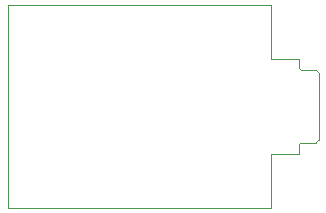
<source format=gbr>
%TF.GenerationSoftware,KiCad,Pcbnew,8.0.3*%
%TF.CreationDate,2024-07-16T16:20:45-05:00*%
%TF.ProjectId,kryptonite,6b727970-746f-46e6-9974-652e6b696361,rev?*%
%TF.SameCoordinates,PX813b7f0PY6643331*%
%TF.FileFunction,Profile,NP*%
%FSLAX46Y46*%
G04 Gerber Fmt 4.6, Leading zero omitted, Abs format (unit mm)*
G04 Created by KiCad (PCBNEW 8.0.3) date 2024-07-16 16:20:45*
%MOMM*%
%LPD*%
G01*
G04 APERTURE LIST*
%TA.AperFunction,Profile*%
%ADD10C,0.050000*%
%TD*%
G04 APERTURE END LIST*
D10*
X22287500Y4560001D02*
X22287500Y0D01*
X22287500Y0D02*
X0Y-1D01*
X22287500Y17120001D02*
X0Y17120001D01*
X22287500Y12560001D02*
X22287500Y17120002D01*
X0Y0D02*
X0Y17120001D01*
%TO.C,P1*%
X22287500Y12560001D02*
X24637500Y12560001D01*
X22287500Y4560001D02*
X24637500Y4560001D01*
X24637500Y11785001D02*
X24637500Y12560001D01*
X24637500Y5335001D02*
X24637500Y4560001D01*
X26087500Y11635001D02*
X24787500Y11635001D01*
X26087500Y5485001D02*
X24787500Y5485001D01*
X26287500Y5685001D02*
X26287500Y11435001D01*
X24637500Y5335001D02*
G75*
G02*
X24787500Y5485001I150000J0D01*
G01*
X24787500Y11635001D02*
G75*
G02*
X24637500Y11785001I0J150000D01*
G01*
X26087500Y11635001D02*
G75*
G02*
X26287500Y11435001I0J-200000D01*
G01*
X26287500Y5685001D02*
G75*
G02*
X26087500Y5485001I-200001J1D01*
G01*
%TD*%
M02*

</source>
